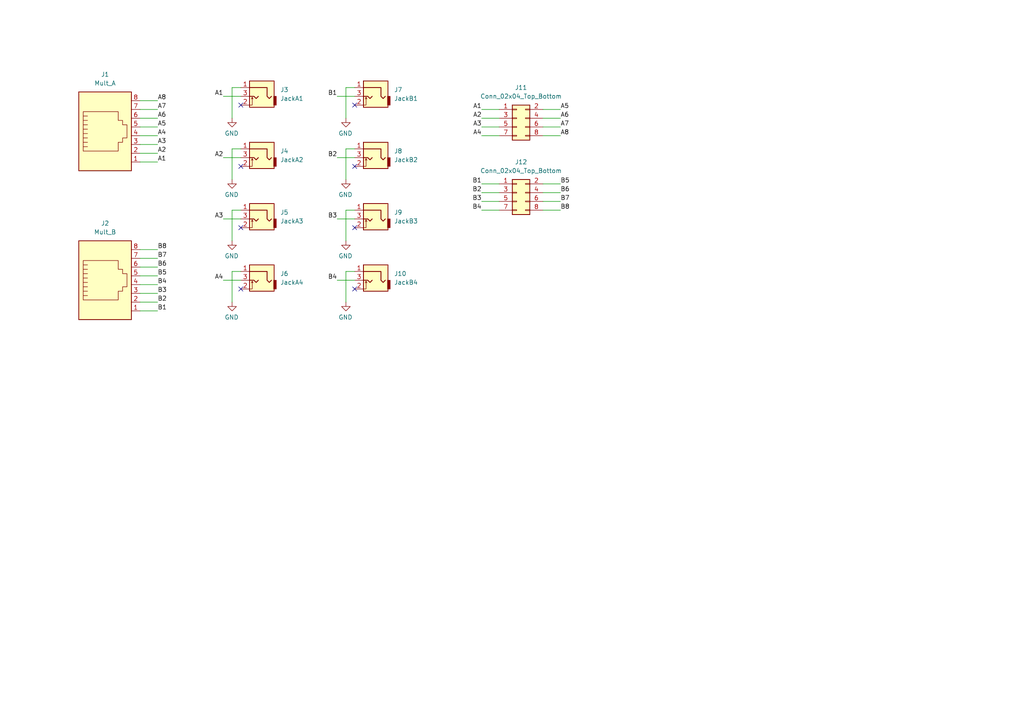
<source format=kicad_sch>
(kicad_sch (version 20211123) (generator eeschema)
  (paper "A4")
  (title_block (title "Quadraphone Controls") (rev "1.0") (company "Mountjoy Modular"))
  (lib_symbols
    (symbol "Connector:RJ45" (pin_names (offset 1.016))
      (property "Reference" "J" (at -5.08 13.97 0))
      (property "Value" "RJ45" (at 2.54 13.97 0))
      (symbol "RJ45_0_1"
        (polyline (pts (xy -5.08 4.445) (xy -6.35 4.445)))
        (polyline (pts (xy -5.08 5.715) (xy -6.35 5.715)))
        (polyline (pts (xy -6.35 -3.175) (xy -5.08 -3.175) (xy -5.08 -3.175)))
        (polyline (pts (xy -6.35 -1.905) (xy -5.08 -1.905) (xy -5.08 -1.905)))
        (polyline (pts (xy -6.35 -0.635) (xy -5.08 -0.635) (xy -5.08 -0.635)))
        (polyline (pts (xy -6.35 0.635) (xy -5.08 0.635) (xy -5.08 0.635)))
        (polyline (pts (xy -6.35 1.905) (xy -5.08 1.905) (xy -5.08 1.905)))
        (polyline (pts (xy -5.08 3.175) (xy -6.35 3.175) (xy -6.35 3.175)))
        (polyline (pts (xy -6.35 -4.445) (xy -6.35 6.985) (xy 3.81 6.985) (xy 3.81 4.445) (xy 5.08 4.445) (xy 5.08 3.175) (xy 6.35 3.175) (xy 6.35 -0.635) (xy 5.08 -0.635) (xy 5.08 -1.905) (xy 3.81 -1.905) (xy 3.81 -4.445) (xy -6.35 -4.445) (xy -6.35 -4.445)))
        (rectangle (start 7.62 12.7) (end -7.62 -10.16) (stroke (width 0.254)) (fill (type background)))
      )
      (symbol "RJ45_1_1"
        (pin passive line (at 10.16 -7.62 180) (length 2.54) (name "~") (number "1"))
        (pin passive line (at 10.16 -5.08 180) (length 2.54) (name "~") (number "2"))
        (pin passive line (at 10.16 -2.54 180) (length 2.54) (name "~") (number "3"))
        (pin passive line (at 10.16 0 180) (length 2.54) (name "~") (number "4"))
        (pin passive line (at 10.16 2.54 180) (length 2.54) (name "~") (number "5"))
        (pin passive line (at 10.16 5.08 180) (length 2.54) (name "~") (number "6"))
        (pin passive line (at 10.16 7.62 180) (length 2.54) (name "~") (number "7"))
        (pin passive line (at 10.16 10.16 180) (length 2.54) (name "~") (number "8"))
      )
    )
    (symbol "Connector_Generic:Conn_02x04_Odd_Even" (pin_names (offset 1.016) hide)
      (property "Reference" "J" (at 1.27 5.08 0))
      (property "Value" "Conn_02x04_Odd_Even" (at 1.27 -7.62 0))
      (symbol "Conn_02x04_Odd_Even_1_1"
        (rectangle (start -1.27 -4.953) (end 0 -5.207) (stroke (width 0.1524)))
        (rectangle (start -1.27 -2.413) (end 0 -2.667) (stroke (width 0.1524)))
        (rectangle (start -1.27 0.127) (end 0 -0.127) (stroke (width 0.1524)))
        (rectangle (start -1.27 2.667) (end 0 2.413) (stroke (width 0.1524)))
        (rectangle (start -1.27 3.81) (end 3.81 -6.35) (stroke (width 0.254)) (fill (type background)))
        (rectangle (start 3.81 -4.953) (end 2.54 -5.207) (stroke (width 0.1524)))
        (rectangle (start 3.81 -2.413) (end 2.54 -2.667) (stroke (width 0.1524)))
        (rectangle (start 3.81 0.127) (end 2.54 -0.127) (stroke (width 0.1524)))
        (rectangle (start 3.81 2.667) (end 2.54 2.413) (stroke (width 0.1524)))
        (pin passive line (at -5.08 2.54 0) (length 3.81) (name "Pin_1") (number "1"))
        (pin passive line (at 7.62 2.54 180) (length 3.81) (name "Pin_2") (number "2"))
        (pin passive line (at -5.08 0 0) (length 3.81) (name "Pin_3") (number "3"))
        (pin passive line (at 7.62 0 180) (length 3.81) (name "Pin_4") (number "4"))
        (pin passive line (at -5.08 -2.54 0) (length 3.81) (name "Pin_5") (number "5"))
        (pin passive line (at 7.62 -2.54 180) (length 3.81) (name "Pin_6") (number "6"))
        (pin passive line (at -5.08 -5.08 0) (length 3.81) (name "Pin_7") (number "7"))
        (pin passive line (at 7.62 -5.08 180) (length 3.81) (name "Pin_8") (number "8"))
      )
    )
    (symbol "power:GND" (power) (pin_names (offset 0))
      (property "Value" "GND" (at 0 -3.81 0))
      (symbol "GND_0_1"
        (polyline (pts (xy 0 0) (xy 0 -1.27) (xy 1.27 -1.27) (xy 0 -2.54) (xy -1.27 -1.27) (xy 0 -1.27)))
      )
      (symbol "GND_1_1"
        (pin power_in line (at 0 0 270) (length 0) hide (name "GND") (number "1"))
      )
    )
    (symbol "thonkiconn:AudioJack2_Ground_Switch" (pin_names (offset 1.016))
      (property "Reference" "J" (at 0 8.89 0))
      (property "Value" "AudioJack2_Ground_Switch" (at 0 6.35 0))
      (symbol "AudioJack2_Ground_Switch_0_1"
        (rectangle (start -4.445 -2.54) (end -5.207 0) (fill (type outline)))
        (polyline (pts (xy 1.778 -0.254) (xy 2.032 -0.762)))
        (polyline (pts (xy 0 0) (xy 0.635 -0.635) (xy 1.27 0) (xy 2.54 0)) (stroke (width 0.254)))
        (polyline (pts (xy 2.54 -2.54) (xy 1.778 -2.54) (xy 1.778 -0.254) (xy 1.524 -0.762)))
        (polyline (pts (xy 2.54 2.54) (xy -2.54 2.54) (xy -2.54 0) (xy -3.175 -0.635) (xy -3.81 0)) (stroke (width 0.254)))
        (rectangle (start 2.54 -3.175) (end -4.572 4.445) (stroke (width 0.254)) (fill (type background)))
      )
      (symbol "AudioJack2_Ground_Switch_1_1"
        (pin passive line (at 5.08 2.54 180) (length 2.54) (name "~") (number "1"))
        (pin passive line (at 5.08 -2.54 180) (length 2.54) (name "~") (number "2"))
        (pin passive line (at 5.08 0 180) (length 2.54) (name "~") (number "3"))
      )
    )
  )
  (no_connect (at 69.85 83.82))
  (no_connect (at 69.85 30.48))
  (no_connect (at 102.87 30.48))
  (no_connect (at 69.85 66.04))
  (no_connect (at 69.85 48.26))
  (no_connect (at 102.87 48.26))
  (no_connect (at 102.87 66.04))
  (no_connect (at 102.87 83.82))
  (wire (pts (xy 100.33 60.96) (xy 100.33 69.85)))
  (wire (pts (xy 100.33 78.74) (xy 100.33 87.63)))
  (wire (pts (xy 40.64 72.39) (xy 45.72 72.39)))
  (wire (pts (xy 144.78 55.88) (xy 139.7 55.88)))
  (wire (pts (xy 144.78 60.96) (xy 139.7 60.96)))
  (wire (pts (xy 40.64 74.93) (xy 45.72 74.93)))
  (wire (pts (xy 69.85 78.74) (xy 67.31 78.74)))
  (wire (pts (xy 40.64 85.09) (xy 45.72 85.09)))
  (wire (pts (xy 100.33 43.18) (xy 100.33 52.07)))
  (wire (pts (xy 40.64 82.55) (xy 45.72 82.55)))
  (wire (pts (xy 157.48 39.37) (xy 162.56 39.37)))
  (wire (pts (xy 144.78 34.29) (xy 139.7 34.29)))
  (wire (pts (xy 144.78 36.83) (xy 139.7 36.83)))
  (wire (pts (xy 69.85 25.4) (xy 67.31 25.4)))
  (wire (pts (xy 40.64 34.29) (xy 45.72 34.29)))
  (wire (pts (xy 67.31 78.74) (xy 67.31 87.63)))
  (wire (pts (xy 144.78 31.75) (xy 139.7 31.75)))
  (wire (pts (xy 40.64 44.45) (xy 45.72 44.45)))
  (wire (pts (xy 157.48 31.75) (xy 162.56 31.75)))
  (wire (pts (xy 40.64 46.99) (xy 45.72 46.99)))
  (wire (pts (xy 102.87 25.4) (xy 100.33 25.4)))
  (wire (pts (xy 157.48 53.34) (xy 162.56 53.34)))
  (wire (pts (xy 69.85 43.18) (xy 67.31 43.18)))
  (wire (pts (xy 40.64 80.01) (xy 45.72 80.01)))
  (wire (pts (xy 40.64 90.17) (xy 45.72 90.17)))
  (wire (pts (xy 40.64 87.63) (xy 45.72 87.63)))
  (wire (pts (xy 157.48 60.96) (xy 162.56 60.96)))
  (wire (pts (xy 144.78 53.34) (xy 139.7 53.34)))
  (wire (pts (xy 102.87 45.72) (xy 97.79 45.72)))
  (wire (pts (xy 102.87 81.28) (xy 97.79 81.28)))
  (wire (pts (xy 40.64 36.83) (xy 45.72 36.83)))
  (wire (pts (xy 69.85 45.72) (xy 64.77 45.72)))
  (wire (pts (xy 40.64 41.91) (xy 45.72 41.91)))
  (wire (pts (xy 69.85 27.94) (xy 64.77 27.94)))
  (wire (pts (xy 67.31 43.18) (xy 67.31 52.07)))
  (wire (pts (xy 69.85 63.5) (xy 64.77 63.5)))
  (wire (pts (xy 144.78 39.37) (xy 139.7 39.37)))
  (wire (pts (xy 67.31 25.4) (xy 67.31 34.29)))
  (wire (pts (xy 102.87 43.18) (xy 100.33 43.18)))
  (wire (pts (xy 102.87 78.74) (xy 100.33 78.74)))
  (wire (pts (xy 69.85 81.28) (xy 64.77 81.28)))
  (wire (pts (xy 100.33 25.4) (xy 100.33 34.29)))
  (wire (pts (xy 40.64 29.21) (xy 45.72 29.21)))
  (wire (pts (xy 40.64 31.75) (xy 45.72 31.75)))
  (wire (pts (xy 157.48 55.88) (xy 162.56 55.88)))
  (wire (pts (xy 67.31 60.96) (xy 67.31 69.85)))
  (wire (pts (xy 144.78 58.42) (xy 139.7 58.42)))
  (wire (pts (xy 157.48 36.83) (xy 162.56 36.83)))
  (wire (pts (xy 40.64 39.37) (xy 45.72 39.37)))
  (wire (pts (xy 102.87 27.94) (xy 97.79 27.94)))
  (wire (pts (xy 69.85 60.96) (xy 67.31 60.96)))
  (wire (pts (xy 102.87 63.5) (xy 97.79 63.5)))
  (wire (pts (xy 157.48 34.29) (xy 162.56 34.29)))
  (wire (pts (xy 157.48 58.42) (xy 162.56 58.42)))
  (wire (pts (xy 40.64 77.47) (xy 45.72 77.47)))
  (wire (pts (xy 102.87 60.96) (xy 100.33 60.96)))
  (label "B7" (at 162.56 58.42 0))
  (label "B2" (at 139.7 55.88 180))
  (label "A7" (at 162.56 36.83 0))
  (label "A3" (at 64.77 63.5 180))
  (label "B6" (at 45.72 77.47 0))
  (label "A2" (at 64.77 45.72 180))
  (label "A1" (at 45.72 46.99 0))
  (label "B3" (at 139.7 58.42 180))
  (label "A1" (at 139.7 31.75 180))
  (label "B6" (at 162.56 55.88 0))
  (label "A4" (at 64.77 81.28 180))
  (label "B1" (at 45.72 90.17 0))
  (label "B8" (at 162.56 60.96 0))
  (label "B3" (at 97.79 63.5 180))
  (label "B1" (at 139.7 53.34 180))
  (label "A8" (at 162.56 39.37 0))
  (label "A3" (at 139.7 36.83 180))
  (label "A4" (at 45.72 39.37 0))
  (label "B3" (at 45.72 85.09 0))
  (label "B2" (at 45.72 87.63 0))
  (label "A3" (at 45.72 41.91 0))
  (label "B4" (at 139.7 60.96 180))
  (label "A1" (at 64.77 27.94 180))
  (label "B2" (at 97.79 45.72 180))
  (label "B4" (at 97.79 81.28 180))
  (label "B7" (at 45.72 74.93 0))
  (label "B4" (at 45.72 82.55 0))
  (label "A6" (at 162.56 34.29 0))
  (label "A2" (at 139.7 34.29 180))
  (label "B5" (at 162.56 53.34 0))
  (label "B1" (at 97.79 27.94 180))
  (label "B5" (at 45.72 80.01 0))
  (label "A5" (at 45.72 36.83 0))
  (label "A5" (at 162.56 31.75 0))
  (label "A6" (at 45.72 34.29 0))
  (label "A7" (at 45.72 31.75 0))
  (label "A2" (at 45.72 44.45 0))
  (label "A8" (at 45.72 29.21 0))
  (label "B8" (at 45.72 72.39 0))
  (label "A4" (at 139.7 39.37 180))
  (symbol (lib_id "thonkiconn:AudioJack2_Ground_Switch") (at 74.93 27.94 0) (mirror y) (unit 1)
    (property "Reference" "J3" (at 81.28 26.0349 0) (effects (justify right)))
    (property "Value" "JackA1" (at 81.28 28.5749 0) (effects (justify right)))
    (property "Footprint" "Custom_Footprints:THONKICONN_hole" (effects hide))
  )
  (symbol (lib_id "Connector:RJ45") (at 30.48 82.55 0) (unit 1)
    (property "Reference" "J2" (at 30.48 64.77 0))
    (property "Value" "Mult_B" (at 30.48 67.31 0))
    (property "Footprint" "Custom_Footprints:RJ45_Molex_42878-8506" (effects hide))
  )
  (symbol (lib_id "thonkiconn:AudioJack2_Ground_Switch") (at 107.95 63.5 0) (mirror y) (unit 1)
    (property "Reference" "J9" (at 114.3 61.5949 0) (effects (justify right)))
    (property "Value" "JackB3" (at 114.3 64.1349 0) (effects (justify right)))
    (property "Footprint" "Custom_Footprints:THONKICONN_hole" (effects hide))
  )
  (symbol (lib_id "power:GND") (at 100.33 52.07 0) (mirror y) (unit 1)
    (property "Reference" "#PWR06" (effects hide))
    (property "Value" "GND" (at 100.203 56.4642 0))
  )
  (symbol (lib_id "Connector_Generic:Conn_02x04_Odd_Even") (at 149.86 55.88 0) (unit 1)
    (property "Reference" "J12" (at 151.13 46.99 0))
    (property "Value" "Conn_02x04_Top_Bottom" (at 151.13 49.53 0))
    (property "Footprint" "Connector_PinHeader_2.54mm:PinHeader_2x04_P2.54mm_Vertical" (effects hide))
  )
  (symbol (lib_id "thonkiconn:AudioJack2_Ground_Switch") (at 74.93 63.5 0) (mirror y) (unit 1)
    (property "Reference" "J5" (at 81.28 61.5949 0) (effects (justify right)))
    (property "Value" "JackA3" (at 81.28 64.1349 0) (effects (justify right)))
    (property "Footprint" "Custom_Footprints:THONKICONN_hole" (effects hide))
  )
  (symbol (lib_id "power:GND") (at 67.31 87.63 0) (mirror y) (unit 1)
    (property "Reference" "#PWR04" (effects hide))
    (property "Value" "GND" (at 67.183 92.0242 0))
  )
  (symbol (lib_id "Connector_Generic:Conn_02x04_Odd_Even") (at 149.86 34.29 0) (unit 1)
    (property "Reference" "J11" (at 151.13 25.4 0))
    (property "Value" "Conn_02x04_Top_Bottom" (at 151.13 27.94 0))
    (property "Footprint" "Connector_PinHeader_2.54mm:PinHeader_2x04_P2.54mm_Vertical" (effects hide))
  )
  (symbol (lib_id "thonkiconn:AudioJack2_Ground_Switch") (at 107.95 45.72 0) (mirror y) (unit 1)
    (property "Reference" "J8" (at 114.3 43.8149 0) (effects (justify right)))
    (property "Value" "JackB2" (at 114.3 46.3549 0) (effects (justify right)))
    (property "Footprint" "Custom_Footprints:THONKICONN_hole" (effects hide))
  )
  (symbol (lib_id "thonkiconn:AudioJack2_Ground_Switch") (at 74.93 45.72 0) (mirror y) (unit 1)
    (property "Reference" "J4" (at 81.28 43.8149 0) (effects (justify right)))
    (property "Value" "JackA2" (at 81.28 46.3549 0) (effects (justify right)))
    (property "Footprint" "Custom_Footprints:THONKICONN_hole" (effects hide))
  )
  (symbol (lib_id "power:GND") (at 100.33 69.85 0) (mirror y) (unit 1)
    (property "Reference" "#PWR07" (effects hide))
    (property "Value" "GND" (at 100.203 74.2442 0))
  )
  (symbol (lib_id "power:GND") (at 67.31 52.07 0) (mirror y) (unit 1)
    (property "Reference" "#PWR02" (effects hide))
    (property "Value" "GND" (at 67.183 56.4642 0))
  )
  (symbol (lib_id "Connector:RJ45") (at 30.48 39.37 0) (unit 1)
    (property "Reference" "J1" (at 30.48 21.59 0))
    (property "Value" "Mult_A" (at 30.48 24.13 0))
    (property "Footprint" "Custom_Footprints:RJ45_Molex_42878-8506" (effects hide))
  )
  (symbol (lib_id "power:GND") (at 67.31 69.85 0) (mirror y) (unit 1)
    (property "Reference" "#PWR03" (effects hide))
    (property "Value" "GND" (at 67.183 74.2442 0))
  )
  (symbol (lib_id "power:GND") (at 100.33 34.29 0) (mirror y) (unit 1)
    (property "Reference" "#PWR05" (effects hide))
    (property "Value" "GND" (at 100.203 38.6842 0))
  )
  (symbol (lib_id "thonkiconn:AudioJack2_Ground_Switch") (at 107.95 81.28 0) (mirror y) (unit 1)
    (property "Reference" "J10" (at 114.3 79.3749 0) (effects (justify right)))
    (property "Value" "JackB4" (at 114.3 81.9149 0) (effects (justify right)))
    (property "Footprint" "Custom_Footprints:THONKICONN_hole" (effects hide))
  )
  (symbol (lib_id "thonkiconn:AudioJack2_Ground_Switch") (at 107.95 27.94 0) (mirror y) (unit 1)
    (property "Reference" "J7" (at 114.3 26.0349 0) (effects (justify right)))
    (property "Value" "JackB1" (at 114.3 28.5749 0) (effects (justify right)))
    (property "Footprint" "Custom_Footprints:THONKICONN_hole" (effects hide))
  )
  (symbol (lib_id "power:GND") (at 67.31 34.29 0) (mirror y) (unit 1)
    (property "Reference" "#PWR01" (effects hide))
    (property "Value" "GND" (at 67.183 38.6842 0))
  )
  (symbol (lib_id "power:GND") (at 100.33 87.63 0) (mirror y) (unit 1)
    (property "Reference" "#PWR08" (effects hide))
    (property "Value" "GND" (at 100.203 92.0242 0))
  )
  (symbol (lib_id "thonkiconn:AudioJack2_Ground_Switch") (at 74.93 81.28 0) (mirror y) (unit 1)
    (property "Reference" "J6" (at 81.28 79.3749 0) (effects (justify right)))
    (property "Value" "JackA4" (at 81.28 81.9149 0) (effects (justify right)))
    (property "Footprint" "Custom_Footprints:THONKICONN_hole" (effects hide))
  )
)
</source>
